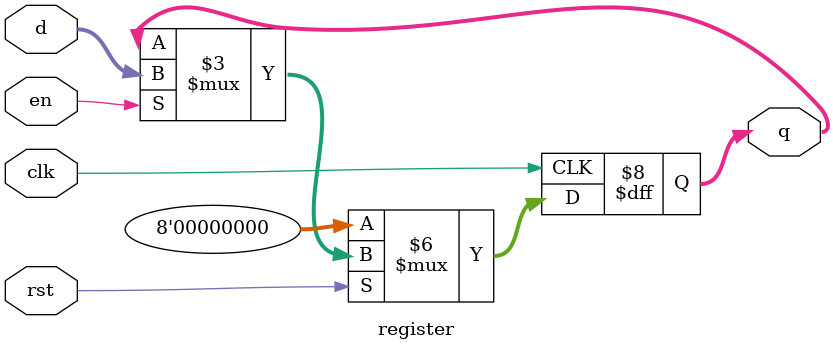
<source format=v>
`timescale 1ns / 1ps


module register(clk,rst,en,d,q);//Ê±ÖÓ¶Ë£¬¸´Î»£¬Ê¹ÄÜ£¬ÊäÈë£¬Êä³ö
    parameter WIDTH=8;//²ÎÊýÍØÕ¹
    input clk,rst,en;
    input [WIDTH-1:0] d;
    output reg [WIDTH-1:0] q;
    
    always @(posedge clk)begin
        if(!rst)
            q<=0;
        else if(en)
            q<=d;
    end
endmodule

</source>
